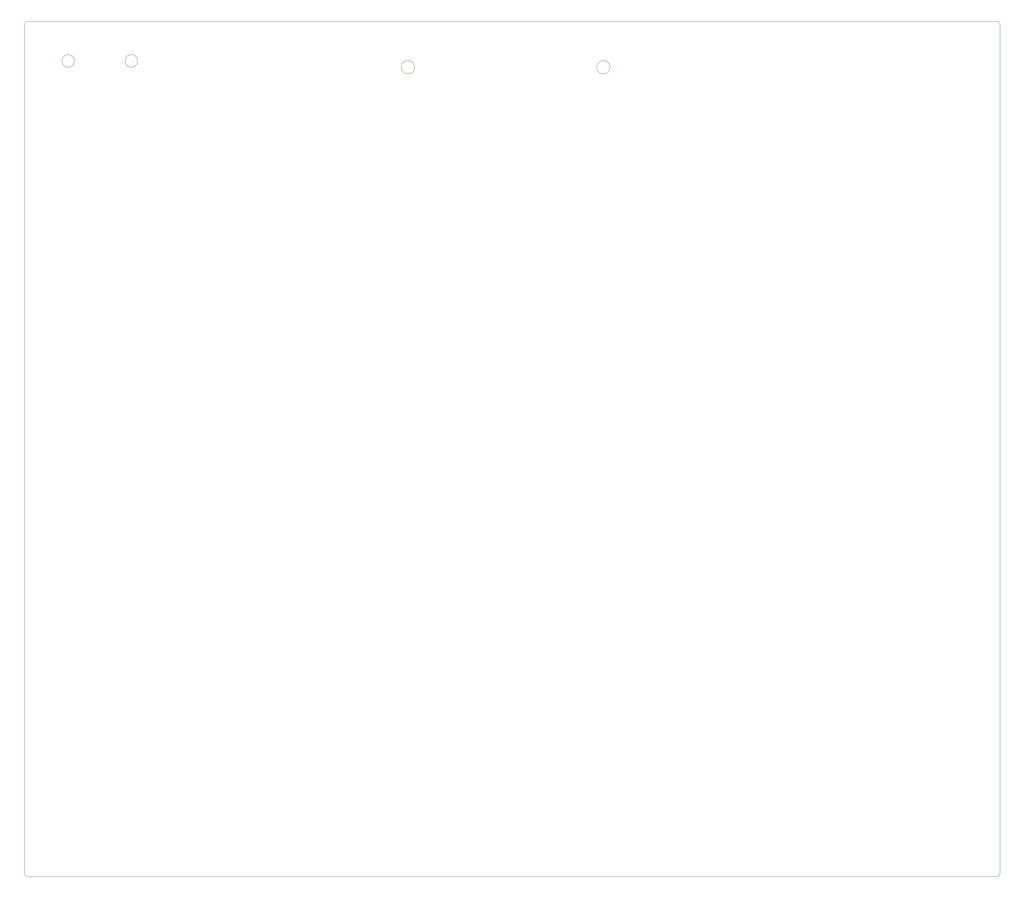
<source format=gbr>
%TF.GenerationSoftware,KiCad,Pcbnew,8.0.5*%
%TF.CreationDate,2024-11-19T00:05:18+00:00*%
%TF.ProjectId,TIM-011B,54494d2d-3031-4314-922e-6b696361645f,rev?*%
%TF.SameCoordinates,Original*%
%TF.FileFunction,Profile,NP*%
%FSLAX46Y46*%
G04 Gerber Fmt 4.6, Leading zero omitted, Abs format (unit mm)*
G04 Created by KiCad (PCBNEW 8.0.5) date 2024-11-19 00:05:18*
%MOMM*%
%LPD*%
G01*
G04 APERTURE LIST*
%TA.AperFunction,Profile*%
%ADD10C,0.050000*%
%TD*%
G04 APERTURE END LIST*
D10*
X324420000Y-33890000D02*
X324420000Y-236830000D01*
X91629999Y-33889999D02*
G75*
G02*
X92269999Y-33249999I640001J-1D01*
G01*
X323780000Y-237470000D02*
X92272548Y-237467452D01*
X92269999Y-33249999D02*
X323780000Y-33250000D01*
X324420000Y-236830000D02*
G75*
G02*
X323780000Y-237470000I-640000J0D01*
G01*
X323780000Y-33250000D02*
G75*
G02*
X324420000Y-33890000I0J-640000D01*
G01*
X231425076Y-44190000D02*
G75*
G02*
X228225076Y-44190000I-1600000J0D01*
G01*
X228225076Y-44190000D02*
G75*
G02*
X231425076Y-44190000I1600000J0D01*
G01*
X92272548Y-237467452D02*
G75*
G02*
X91632548Y-236827452I-48J639952D01*
G01*
X91632548Y-236827452D02*
X91629999Y-33889999D01*
X184765076Y-44190000D02*
G75*
G02*
X181565076Y-44190000I-1600000J0D01*
G01*
X181565076Y-44190000D02*
G75*
G02*
X184765076Y-44190000I1600000J0D01*
G01*
%TO.C,T1*%
X103565000Y-42690000D02*
G75*
G02*
X100565000Y-42690000I-1500000J0D01*
G01*
X100565000Y-42690000D02*
G75*
G02*
X103565000Y-42690000I1500000J0D01*
G01*
X118635000Y-42690000D02*
G75*
G02*
X115635000Y-42690000I-1500000J0D01*
G01*
X115635000Y-42690000D02*
G75*
G02*
X118635000Y-42690000I1500000J0D01*
G01*
%TD*%
M02*

</source>
